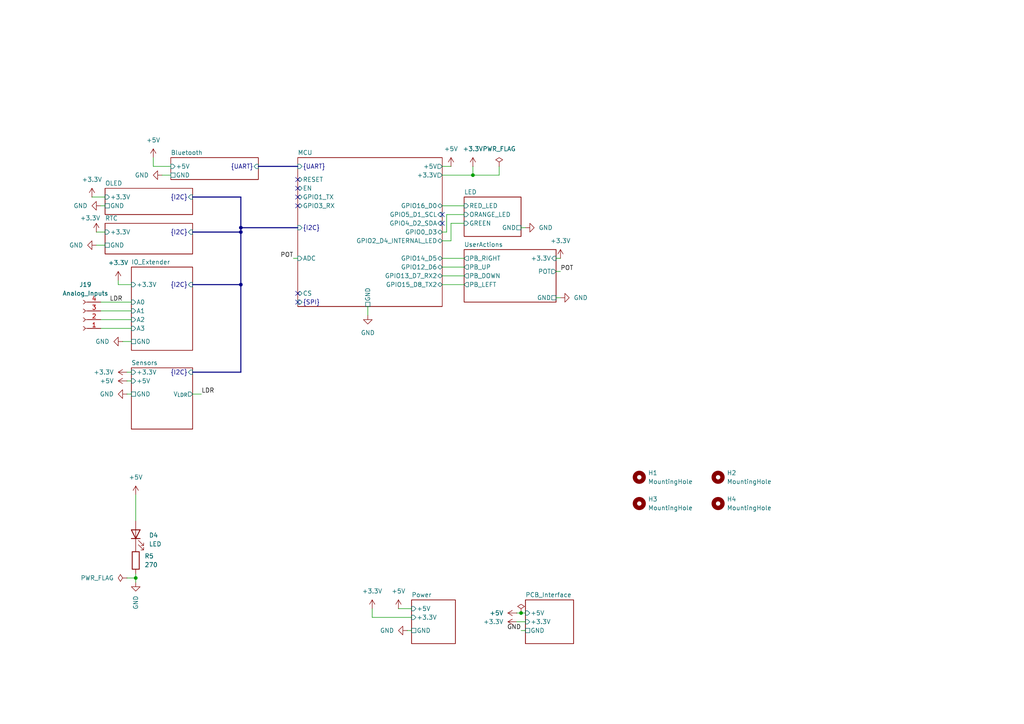
<source format=kicad_sch>
(kicad_sch (version 20231120) (generator "eeschema") (generator_version "8.0")
  (paper "A4")
  (title_block (title "Main interface") (date "2024-08-29") (rev "1.0") (company "Designed by CREPP-NLG"))
  (lib_symbols
    (symbol "Connector:Conn_01x04_Socket" (pin_names (offset 1.016) hide)
      (property "Reference" "J" (at 0 5.08 0))
      (property "Value" "Conn_01x04_Socket" (at 0 -7.62 0))
      (symbol "Conn_01x04_Socket_1_1"
        (arc (start 0 -4.572) (mid -0.5058 -5.08) (end 0 -5.588) (stroke (width 0.1524)))
        (arc (start 0 -2.032) (mid -0.5058 -2.54) (end 0 -3.048) (stroke (width 0.1524)))
        (polyline (pts (xy -1.27 -5.08) (xy -0.508 -5.08)) (stroke (width 0.1524)))
        (polyline (pts (xy -1.27 -2.54) (xy -0.508 -2.54)) (stroke (width 0.1524)))
        (polyline (pts (xy -1.27 0) (xy -0.508 0)) (stroke (width 0.1524)))
        (polyline (pts (xy -1.27 2.54) (xy -0.508 2.54)) (stroke (width 0.1524)))
        (arc (start 0 0.508) (mid -0.5058 0) (end 0 -0.508) (stroke (width 0.1524)))
        (arc (start 0 3.048) (mid -0.5058 2.54) (end 0 2.032) (stroke (width 0.1524)))
        (pin passive line (at -5.08 2.54 0) (length 3.81) (name "Pin_1") (number "1"))
        (pin passive line (at -5.08 0 0) (length 3.81) (name "Pin_2") (number "2"))
        (pin passive line (at -5.08 -2.54 0) (length 3.81) (name "Pin_3") (number "3"))
        (pin passive line (at -5.08 -5.08 0) (length 3.81) (name "Pin_4") (number "4"))
      )
    )
    (symbol "Device:LED" (pin_numbers hide) (pin_names (offset 1.016) hide)
      (property "Reference" "D" (at 0 2.54 0))
      (property "Value" "LED" (at 0 -2.54 0))
      (symbol "LED_0_1"
        (polyline (pts (xy -1.27 -1.27) (xy -1.27 1.27)) (stroke (width 0.254)))
        (polyline (pts (xy -1.27 0) (xy 1.27 0)))
        (polyline (pts (xy 1.27 -1.27) (xy 1.27 1.27) (xy -1.27 0) (xy 1.27 -1.27)) (stroke (width 0.254)))
        (polyline (pts (xy -3.048 -0.762) (xy -4.572 -2.286) (xy -3.81 -2.286) (xy -4.572 -2.286) (xy -4.572 -1.524)))
        (polyline (pts (xy -1.778 -0.762) (xy -3.302 -2.286) (xy -2.54 -2.286) (xy -3.302 -2.286) (xy -3.302 -1.524)))
      )
      (symbol "LED_1_1"
        (pin passive line (at -3.81 0 0) (length 2.54) (name "K") (number "1"))
        (pin passive line (at 3.81 0 180) (length 2.54) (name "A") (number "2"))
      )
    )
    (symbol "Device:R" (pin_numbers hide) (pin_names (offset 0))
      (property "Reference" "R" (at 2.032 0 90))
      (property "Value" "R" (at 0 0 90))
      (symbol "R_0_1"
        (rectangle (start -1.016 -2.54) (end 1.016 2.54) (stroke (width 0.254)))
      )
      (symbol "R_1_1"
        (pin passive line (at 0 3.81 270) (length 1.27) (name "~") (number "1"))
        (pin passive line (at 0 -3.81 90) (length 1.27) (name "~") (number "2"))
      )
    )
    (symbol "Mechanical:MountingHole" (pin_names (offset 1.016)) (exclude_from_sim yes) (in_bom no)
      (property "Reference" "H" (at 0 5.08 0))
      (property "Value" "MountingHole" (at 0 3.175 0))
      (symbol "MountingHole_0_1"
        (circle (center 0 0) (radius 1.27) (stroke (width 1.27)))
      )
    )
    (symbol "power:+3.3V" (power) (pin_numbers hide) (pin_names (offset 0) hide)
      (property "Value" "+3.3V" (at 0 3.556 0))
      (symbol "+3.3V_0_1"
        (polyline (pts (xy -0.762 1.27) (xy 0 2.54)))
        (polyline (pts (xy 0 0) (xy 0 2.54)))
        (polyline (pts (xy 0 2.54) (xy 0.762 1.27)))
      )
      (symbol "+3.3V_1_1"
        (pin power_in line (at 0 0 90) (length 0) (name "~") (number "1"))
      )
    )
    (symbol "power:GND" (power) (pin_numbers hide) (pin_names (offset 0) hide)
      (property "Value" "GND" (at 0 -3.81 0))
      (symbol "GND_0_1"
        (polyline (pts (xy 0 0) (xy 0 -1.27) (xy 1.27 -1.27) (xy 0 -2.54) (xy -1.27 -1.27) (xy 0 -1.27)))
      )
      (symbol "GND_1_1"
        (pin power_in line (at 0 0 270) (length 0) (name "~") (number "1"))
      )
    )
    (symbol "power:PWR_FLAG" (power) (pin_numbers hide) (pin_names (offset 0) hide)
      (property "Value" "PWR_FLAG" (at 0 3.81 0))
      (symbol "PWR_FLAG_0_0"
        (pin power_out line (at 0 0 90) (length 0) (name "~") (number "1"))
      )
      (symbol "PWR_FLAG_0_1"
        (polyline (pts (xy 0 0) (xy 0 1.27) (xy -1.016 1.905) (xy 0 2.54) (xy 1.016 1.905) (xy 0 1.27)))
      )
    )
  )
  (junction (at 69.85 67.31))
  (junction (at 69.85 82.55))
  (junction (at 137.16 50.8))
  (junction (at 151.13 177.8))
  (junction (at 39.37 167.64))
  (junction (at 69.85 66.04))
  (no_connect (at 86.36 87.63))
  (no_connect (at 86.36 57.15))
  (no_connect (at 86.36 52.07))
  (no_connect (at 86.36 85.09))
  (no_connect (at 128.27 62.23))
  (no_connect (at 128.27 64.77))
  (no_connect (at 86.36 54.61))
  (no_connect (at 86.36 59.69))
  (wire (pts (xy 39.37 166.37) (xy 39.37 167.64)))
  (bus (pts (xy 69.85 67.31) (xy 69.85 66.04)))
  (wire (pts (xy 149.86 177.8) (xy 151.13 177.8)))
  (wire (pts (xy 161.29 86.36) (xy 162.56 86.36)))
  (wire (pts (xy 107.95 179.07) (xy 119.38 179.07)))
  (bus (pts (xy 69.85 107.95) (xy 69.85 82.55)))
  (wire (pts (xy 115.57 176.53) (xy 119.38 176.53)))
  (wire (pts (xy 27.94 71.12) (xy 30.48 71.12)))
  (wire (pts (xy 107.95 176.53) (xy 107.95 179.07)))
  (wire (pts (xy 128.27 74.93) (xy 134.62 74.93)))
  (wire (pts (xy 36.83 114.3) (xy 38.1 114.3)))
  (wire (pts (xy 161.29 74.93) (xy 162.56 74.93)))
  (wire (pts (xy 35.56 99.06) (xy 38.1 99.06)))
  (wire (pts (xy 27.94 67.31) (xy 30.48 67.31)))
  (wire (pts (xy 29.21 87.63) (xy 38.1 87.63)))
  (wire (pts (xy 46.99 50.8) (xy 49.53 50.8)))
  (wire (pts (xy 36.83 107.95) (xy 38.1 107.95)))
  (wire (pts (xy 151.13 66.04) (xy 152.4 66.04)))
  (wire (pts (xy 129.54 67.31) (xy 128.27 67.31)))
  (bus (pts (xy 55.88 57.15) (xy 69.85 57.15)))
  (wire (pts (xy 85.09 74.93) (xy 86.36 74.93)))
  (wire (pts (xy 128.27 82.55) (xy 134.62 82.55)))
  (wire (pts (xy 149.86 180.34) (xy 152.4 180.34)))
  (wire (pts (xy 26.67 57.15) (xy 30.48 57.15)))
  (bus (pts (xy 55.88 67.31) (xy 69.85 67.31)))
  (wire (pts (xy 151.13 177.8) (xy 152.4 177.8)))
  (bus (pts (xy 74.93 48.26) (xy 86.36 48.26)))
  (wire (pts (xy 44.45 45.72) (xy 44.45 48.26)))
  (wire (pts (xy 34.29 82.55) (xy 38.1 82.55)))
  (bus (pts (xy 69.85 66.04) (xy 86.36 66.04)))
  (wire (pts (xy 144.78 48.26) (xy 144.78 50.8)))
  (wire (pts (xy 128.27 69.85) (xy 130.81 69.85)))
  (wire (pts (xy 118.11 182.88) (xy 119.38 182.88)))
  (wire (pts (xy 34.29 81.28) (xy 34.29 82.55)))
  (wire (pts (xy 129.54 62.23) (xy 129.54 67.31)))
  (wire (pts (xy 39.37 151.13) (xy 39.37 143.51)))
  (wire (pts (xy 29.21 90.17) (xy 38.1 90.17)))
  (wire (pts (xy 161.29 78.74) (xy 162.56 78.74)))
  (wire (pts (xy 130.81 69.85) (xy 130.81 64.77)))
  (wire (pts (xy 128.27 80.01) (xy 134.62 80.01)))
  (bus (pts (xy 69.85 57.15) (xy 69.85 66.04)))
  (wire (pts (xy 44.45 48.26) (xy 49.53 48.26)))
  (wire (pts (xy 128.27 48.26) (xy 130.81 48.26)))
  (bus (pts (xy 55.88 82.55) (xy 69.85 82.55)))
  (wire (pts (xy 29.21 95.25) (xy 38.1 95.25)))
  (bus (pts (xy 69.85 82.55) (xy 69.85 67.31)))
  (wire (pts (xy 128.27 77.47) (xy 134.62 77.47)))
  (wire (pts (xy 55.88 114.3) (xy 58.42 114.3)))
  (wire (pts (xy 36.83 167.64) (xy 39.37 167.64)))
  (wire (pts (xy 36.83 110.49) (xy 38.1 110.49)))
  (wire (pts (xy 106.68 88.9) (xy 106.68 91.44)))
  (wire (pts (xy 29.21 92.71) (xy 38.1 92.71)))
  (wire (pts (xy 39.37 167.64) (xy 39.37 168.91)))
  (wire (pts (xy 130.81 64.77) (xy 134.62 64.77)))
  (wire (pts (xy 151.13 182.88) (xy 152.4 182.88)))
  (bus (pts (xy 55.88 107.95) (xy 69.85 107.95)))
  (wire (pts (xy 134.62 62.23) (xy 129.54 62.23)))
  (wire (pts (xy 29.21 59.69) (xy 30.48 59.69)))
  (wire (pts (xy 128.27 50.8) (xy 137.16 50.8)))
  (wire (pts (xy 137.16 50.8) (xy 144.78 50.8)))
  (wire (pts (xy 137.16 50.8) (xy 137.16 48.26)))
  (wire (pts (xy 128.27 59.69) (xy 134.62 59.69)))
  (label "LDR" (at 58.42 114.3 0))
  (label "POT" (at 162.56 78.74 0))
  (label "POT" (at 85.09 74.93 180))
  (label "GND" (at 151.13 182.88 180))
  (label "LDR" (at 35.56 87.63 180))
  (symbol (lib_id "Device:R") (at 39.37 162.56 0) (unit 1)
    (property "Reference" "R5" (at 41.91 161.29 0) (effects (justify left)))
    (property "Value" "270" (at 41.91 163.83 0) (effects (justify left)))
    (property "Footprint" "Resistor_THT:R_Axial_DIN0207_L6.3mm_D2.5mm_P7.62mm_Horizontal" (effects (hide yes)))
  )
  (symbol (lib_id "power:+3.3V") (at 44.45 45.72 0) (unit 1)
    (property "Reference" "#PWR04" (effects (hide yes)))
    (property "Value" "+5V" (at 44.45 40.64 0))
    (property "Description" "Power symbol creates a global label with name \"+3.3V\"" (effects (hide yes)))
  )
  (symbol (lib_id "power:PWR_FLAG") (at 36.83 167.64 90) (unit 1)
    (property "Reference" "#FLG02" (effects (hide yes)))
    (property "Value" "PWR_FLAG" (at 33.02 167.6399 90) (effects (justify left)))
    (property "Description" "Special symbol for telling ERC where power comes from" (effects (hide yes)))
  )
  (symbol (lib_id "power:+3.3V") (at 36.83 107.95 90) (unit 1)
    (property "Reference" "#PWR025" (effects (hide yes)))
    (property "Value" "+3.3V" (at 33.02 107.9499 90) (effects (justify left)))
    (property "Description" "Power symbol creates a global label with name \"+3.3V\"" (effects (hide yes)))
  )
  (symbol (lib_id "Mechanical:MountingHole") (at 208.28 138.43 0) (unit 1) (exclude_from_sim yes) (in_bom no)
    (property "Reference" "H2" (at 210.82 137.1599 0) (effects (justify left)))
    (property "Value" "MountingHole" (at 210.82 139.6999 0) (effects (justify left)))
    (property "Footprint" "MountingHole:MountingHole_3.2mm_M3" (effects (hide yes)))
    (property "Description" "Mounting Hole without connection" (effects (hide yes)))
  )
  (symbol (lib_id "power:GND") (at 36.83 114.3 270) (unit 1)
    (property "Reference" "#PWR014" (effects (hide yes)))
    (property "Value" "GND" (at 33.02 114.2999 90) (effects (justify right)))
    (property "Description" "Power symbol creates a global label with name \"GND\" , ground" (effects (hide yes)))
  )
  (symbol (lib_id "power:+3.3V") (at 36.83 110.49 90) (unit 1)
    (property "Reference" "#PWR023" (effects (hide yes)))
    (property "Value" "+5V" (at 33.02 110.4899 90) (effects (justify left)))
    (property "Description" "Power symbol creates a global label with name \"+3.3V\"" (effects (hide yes)))
  )
  (symbol (lib_id "power:GND") (at 152.4 66.04 90) (unit 1)
    (property "Reference" "#PWR016" (effects (hide yes)))
    (property "Value" "GND" (at 156.21 66.0399 90) (effects (justify right)))
    (property "Description" "Power symbol creates a global label with name \"GND\" , ground" (effects (hide yes)))
  )
  (symbol (lib_id "power:GND") (at 29.21 59.69 270) (unit 1)
    (property "Reference" "#PWR011" (effects (hide yes)))
    (property "Value" "GND" (at 25.4 59.6899 90) (effects (justify right)))
    (property "Description" "Power symbol creates a global label with name \"GND\" , ground" (effects (hide yes)))
  )
  (symbol (lib_id "power:+3.3V") (at 107.95 176.53 0) (unit 1)
    (property "Reference" "#PWR021" (effects (hide yes)))
    (property "Value" "+3.3V" (at 107.95 171.45 0))
    (property "Description" "Power symbol creates a global label with name \"+3.3V\"" (effects (hide yes)))
  )
  (symbol (lib_id "power:+3.3V") (at 130.81 48.26 0) (unit 1)
    (property "Reference" "#PWR06" (effects (hide yes)))
    (property "Value" "+5V" (at 130.81 43.18 0))
    (property "Description" "Power symbol creates a global label with name \"+3.3V\"" (effects (hide yes)))
  )
  (symbol (lib_id "power:GND") (at 39.37 168.91 0) (unit 1)
    (property "Reference" "#PWR02" (effects (hide yes)))
    (property "Value" "GND" (at 39.3699 172.72 90) (effects (justify right)))
    (property "Description" "Power symbol creates a global label with name \"GND\" , ground" (effects (hide yes)))
  )
  (symbol (lib_id "power:+3.3V") (at 137.16 48.26 0) (unit 1)
    (property "Reference" "#PWR05" (effects (hide yes)))
    (property "Value" "+3.3V" (at 137.16 43.18 0))
    (property "Description" "Power symbol creates a global label with name \"+3.3V\"" (effects (hide yes)))
  )
  (symbol (lib_id "power:+3.3V") (at 162.56 74.93 0) (unit 1)
    (property "Reference" "#PWR020" (effects (hide yes)))
    (property "Value" "+3.3V" (at 162.56 69.85 0))
    (property "Description" "Power symbol creates a global label with name \"+3.3V\"" (effects (hide yes)))
  )
  (symbol (lib_id "power:PWR_FLAG") (at 151.13 177.8 0) (unit 1)
    (property "Reference" "#FLG03" (effects (hide yes)))
    (property "Value" "PWR_FLAG" (effects (hide yes)))
    (property "Description" "Special symbol for telling ERC where power comes from" (effects (hide yes)))
  )
  (symbol (lib_id "power:GND") (at 118.11 182.88 270) (unit 1)
    (property "Reference" "#PWR017" (effects (hide yes)))
    (property "Value" "GND" (at 114.3 182.8799 90) (effects (justify right)))
    (property "Description" "Power symbol creates a global label with name \"GND\" , ground" (effects (hide yes)))
  )
  (symbol (lib_id "Device:LED") (at 39.37 154.94 90) (unit 1)
    (property "Reference" "D4" (at 43.18 155.2575 90) (effects (justify right)))
    (property "Value" "LED" (at 43.18 157.7975 90) (effects (justify right)))
    (property "Footprint" "LED_THT:LED_D5.0mm" (effects (hide yes)))
  )
  (symbol (lib_id "power:PWR_FLAG") (at 144.78 48.26 0) (unit 1)
    (property "Reference" "#FLG01" (effects (hide yes)))
    (property "Value" "PWR_FLAG" (at 144.78 43.18 0))
    (property "Description" "Special symbol for telling ERC where power comes from" (effects (hide yes)))
  )
  (symbol (lib_id "power:GND") (at 162.56 86.36 90) (unit 1)
    (property "Reference" "#PWR015" (effects (hide yes)))
    (property "Value" "GND" (at 166.37 86.3599 90) (effects (justify right)))
    (property "Description" "Power symbol creates a global label with name \"GND\" , ground" (effects (hide yes)))
  )
  (symbol (lib_id "power:+3.3V") (at 115.57 176.53 0) (unit 1)
    (property "Reference" "#PWR024" (effects (hide yes)))
    (property "Value" "+5V" (at 115.57 171.45 0))
    (property "Description" "Power symbol creates a global label with name \"+3.3V\"" (effects (hide yes)))
  )
  (symbol (lib_id "power:+3.3V") (at 27.94 67.31 0) (unit 1)
    (property "Reference" "#PWR09" (effects (hide yes)))
    (property "Value" "+3.3V" (at 26.162 63.246 0))
    (property "Description" "Power symbol creates a global label with name \"+3.3V\"" (effects (hide yes)))
  )
  (symbol (lib_id "Mechanical:MountingHole") (at 208.28 146.05 0) (unit 1) (exclude_from_sim yes) (in_bom no)
    (property "Reference" "H4" (at 210.82 144.7799 0) (effects (justify left)))
    (property "Value" "MountingHole" (at 210.82 147.3199 0) (effects (justify left)))
    (property "Footprint" "MountingHole:MountingHole_3.2mm_M3" (effects (hide yes)))
    (property "Description" "Mounting Hole without connection" (effects (hide yes)))
  )
  (symbol (lib_id "power:GND") (at 35.56 99.06 270) (unit 1)
    (property "Reference" "#PWR018" (effects (hide yes)))
    (property "Value" "GND" (at 31.75 99.0599 90) (effects (justify right)))
    (property "Description" "Power symbol creates a global label with name \"GND\" , ground" (effects (hide yes)))
  )
  (symbol (lib_id "Mechanical:MountingHole") (at 185.42 146.05 0) (unit 1) (exclude_from_sim yes) (in_bom no)
    (property "Reference" "H3" (at 187.96 144.7799 0) (effects (justify left)))
    (property "Value" "MountingHole" (at 187.96 147.3199 0) (effects (justify left)))
    (property "Footprint" "MountingHole:MountingHole_3.2mm_M3" (effects (hide yes)))
    (property "Description" "Mounting Hole without connection" (effects (hide yes)))
  )
  (symbol (lib_id "power:+3.3V") (at 26.67 57.15 0) (unit 1)
    (property "Reference" "#PWR08" (effects (hide yes)))
    (property "Value" "+3.3V" (at 26.67 52.07 0))
    (property "Description" "Power symbol creates a global label with name \"+3.3V\"" (effects (hide yes)))
  )
  (symbol (lib_id "Mechanical:MountingHole") (at 185.42 138.43 0) (unit 1) (exclude_from_sim yes) (in_bom no)
    (property "Reference" "H1" (at 187.96 137.1599 0) (effects (justify left)))
    (property "Value" "MountingHole" (at 187.96 139.6999 0) (effects (justify left)))
    (property "Footprint" "MountingHole:MountingHole_3.2mm_M3" (effects (hide yes)))
    (property "Description" "Mounting Hole without connection" (effects (hide yes)))
  )
  (symbol (lib_id "power:GND") (at 106.68 91.44 0) (unit 1)
    (property "Reference" "#PWR013" (effects (hide yes)))
    (property "Value" "GND" (at 106.68 96.52 0))
    (property "Description" "Power symbol creates a global label with name \"GND\" , ground" (effects (hide yes)))
  )
  (symbol (lib_id "power:GND") (at 27.94 71.12 270) (unit 1)
    (property "Reference" "#PWR010" (effects (hide yes)))
    (property "Value" "GND" (at 24.13 71.1199 90) (effects (justify right)))
    (property "Description" "Power symbol creates a global label with name \"GND\" , ground" (effects (hide yes)))
  )
  (symbol (lib_id "power:+3.3V") (at 39.37 143.51 0) (unit 1)
    (property "Reference" "#PWR07" (effects (hide yes)))
    (property "Value" "+5V" (at 39.37 138.43 0))
    (property "Description" "Power symbol creates a global label with name \"+3.3V\"" (effects (hide yes)))
  )
  (symbol (lib_id "power:+3.3V") (at 149.86 180.34 90) (unit 1)
    (property "Reference" "#PWR01" (effects (hide yes)))
    (property "Value" "+3.3V" (at 146.05 180.3399 90) (effects (justify left)))
    (property "Description" "Power symbol creates a global label with name \"+3.3V\"" (effects (hide yes)))
  )
  (symbol (lib_id "power:+3.3V") (at 149.86 177.8 90) (unit 1)
    (property "Reference" "#PWR03" (effects (hide yes)))
    (property "Value" "+5V" (at 146.05 177.7999 90) (effects (justify left)))
    (property "Description" "Power symbol creates a global label with name \"+3.3V\"" (effects (hide yes)))
  )
  (symbol (lib_id "power:GND") (at 46.99 50.8 270) (unit 1)
    (property "Reference" "#PWR012" (effects (hide yes)))
    (property "Value" "GND" (at 43.18 50.7999 90) (effects (justify right)))
    (property "Description" "Power symbol creates a global label with name \"GND\" , ground" (effects (hide yes)))
  )
  (symbol (lib_id "power:+3.3V") (at 34.29 81.28 0) (unit 1)
    (property "Reference" "#PWR019" (effects (hide yes)))
    (property "Value" "+3.3V" (at 34.29 76.2 0))
    (property "Description" "Power symbol creates a global label with name \"+3.3V\"" (effects (hide yes)))
  )
  (symbol (lib_id "Connector:Conn_01x04_Socket") (at 24.13 92.71 180) (unit 1)
    (property "Reference" "J19" (at 24.765 82.55 0))
    (property "Value" "Analog_Inputs" (at 24.765 85.09 0))
    (property "Footprint" "Connector_PinHeader_2.54mm:PinHeader_1x04_P2.54mm_Vertical" (effects (hide yes)))
    (property "Description" "Generic connector, single row, 01x04, script generated" (effects (hide yes)))
  )
  (sheet (at 38.1 77.47) (size 17.78 24.13) (stroke (width 0.1524))
    (property "Sheetname" "IO_Extender" (at 38.1 76.7584 0) (effects (justify left bottom)))
    (property "Sheetfile" "Modules/IO_Extender.kicad_sch" (effects (hide yes)))
    (pin "{I2C}" input (at 55.88 82.55 0))
    (pin "+3.3V" input (at 38.1 82.55 180))
    (pin "GND" passive (at 38.1 99.06 180))
    (pin "A1" input (at 38.1 90.17 180))
    (pin "A0" input (at 38.1 87.63 180))
    (pin "A2" input (at 38.1 92.71 180))
    (pin "A3" input (at 38.1 95.25 180))
  )
  (sheet (at 38.1 106.68) (size 17.78 17.78) (stroke (width 0.1524))
    (property "Sheetname" "Sensors" (at 38.1 105.9684 0) (effects (justify left bottom)))
    (property "Sheetfile" "Modules/Sensors.kicad_sch" (effects (hide yes)))
    (pin "GND" passive (at 38.1 114.3 180))
    (pin "+3.3V" input (at 38.1 107.95 180))
    (pin "V_{LDR}" output (at 55.88 114.3 0))
    (pin "+5V" input (at 38.1 110.49 180))
    (pin "{I2C}" input (at 55.88 107.95 0))
  )
  (sheet (at 152.4 173.99) (size 13.97 12.7) (stroke (width 0.1524))
    (property "Sheetname" "PCB_Interface" (at 152.4 173.2784 0) (effects (justify left bottom)))
    (property "Sheetfile" "Modules/PCB_Interface.kicad_sch" (effects (hide yes)))
    (pin "GND" passive (at 152.4 182.88 180))
    (pin "+3.3V" input (at 152.4 180.34 180))
    (pin "+5V" input (at 152.4 177.8 180))
  )
  (sheet (at 30.48 64.77) (size 25.4 8.89) (stroke (width 0.1524))
    (property "Sheetname" "RTC" (at 30.48 64.0584 0) (effects (justify left bottom)))
    (property "Sheetfile" "Modules/RTC.kicad_sch" (effects (hide yes)))
    (pin "+3.3V" input (at 30.48 67.31 180))
    (pin "GND" passive (at 30.48 71.12 180))
    (pin "{I2C}" input (at 55.88 67.31 0))
  )
  (sheet (at 30.48 54.61) (size 25.4 7.62) (stroke (width 0.1524))
    (property "Sheetname" "OLED" (at 30.48 53.8984 0) (effects (justify left bottom)))
    (property "Sheetfile" "Modules/OLED.kicad_sch" (effects (hide yes)))
    (pin "{I2C}" input (at 55.88 57.15 0))
    (pin "GND" passive (at 30.48 59.69 180))
    (pin "+3.3V" input (at 30.48 57.15 180))
  )
  (sheet (at 134.62 72.39) (size 26.67 15.24) (stroke (width 0.1524))
    (property "Sheetname" "UserActions" (at 134.62 71.6784 0) (effects (justify left bottom)))
    (property "Sheetfile" "Modules/UserActions.kicad_sch" (effects (hide yes)))
    (pin "GND" passive (at 161.29 86.36 0))
    (pin "PB_RIGHT" output (at 134.62 74.93 180))
    (pin "PB_UP" output (at 134.62 77.47 180))
    (pin "PB_DOWN" output (at 134.62 80.01 180))
    (pin "PB_LEFT" output (at 134.62 82.55 180))
    (pin "+3.3V" input (at 161.29 74.93 0))
    (pin "POT" output (at 161.29 78.74 0))
  )
  (sheet (at 49.53 45.72) (size 25.4 6.35) (stroke (width 0.1524))
    (property "Sheetname" "Bluetooth" (at 49.53 45.0084 0) (effects (justify left bottom)))
    (property "Sheetfile" "Modules/Bluetooth.kicad_sch" (effects (hide yes)))
    (pin "GND" passive (at 49.53 50.8 180))
    (pin "+5V" input (at 49.53 48.26 180))
    (pin "{UART}" input (at 74.93 48.26 0))
  )
  (sheet (at 119.38 173.99) (size 12.7 12.7) (stroke (width 0.1524))
    (property "Sheetname" "Power" (at 119.38 173.2784 0) (effects (justify left bottom)))
    (property "Sheetfile" "Modules/Power.kicad_sch" (effects (hide yes)))
    (pin "+3.3V" input (at 119.38 179.07 180))
    (pin "GND" passive (at 119.38 182.88 180))
    (pin "+5V" input (at 119.38 176.53 180))
  )
  (sheet (at 86.36 45.72) (size 41.91 43.18) (stroke (width 0.1524))
    (property "Sheetname" "MCU" (at 86.36 45.0084 0) (effects (justify left bottom)))
    (property "Sheetfile" "Modules/MCU.kicad_sch" (effects (hide yes)))
    (pin "GND" passive (at 106.68 88.9 270))
    (pin "{UART}" input (at 86.36 48.26 180))
    (pin "{I2C}" input (at 86.36 66.04 180))
    (pin "{SPI}" input (at 86.36 87.63 180))
    (pin "+5V" output (at 128.27 48.26 0))
    (pin "+3.3V" output (at 128.27 50.8 0))
    (pin "GPIO5_D1_SCL" input (at 128.27 62.23 0))
    (pin "GPIO4_D2_SDA" input (at 128.27 64.77 0))
    (pin "GPIO3_RX" bidirectional (at 86.36 59.69 180))
    (pin "GPIO1_TX" bidirectional (at 86.36 57.15 180))
    (pin "GPIO0_D3" bidirectional (at 128.27 67.31 0))
    (pin "GPIO2_D4_INTERNAL_LED" bidirectional (at 128.27 69.85 0))
    (pin "GPIO15_D8_TX2" bidirectional (at 128.27 82.55 0))
    (pin "GPIO14_D5" bidirectional (at 128.27 74.93 0))
    (pin "GPIO12_D6" bidirectional (at 128.27 77.47 0))
    (pin "GPIO13_D7_RX2" bidirectional (at 128.27 80.01 0))
    (pin "ADC" input (at 86.36 74.93 180))
    (pin "CS" bidirectional (at 86.36 85.09 180))
    (pin "EN" bidirectional (at 86.36 54.61 180))
    (pin "RESET" bidirectional (at 86.36 52.07 180))
    (pin "GPIO16_D0" bidirectional (at 128.27 59.69 0))
  )
  (sheet (at 134.62 57.15) (size 16.51 11.43) (stroke (width 0.1524))
    (property "Sheetname" "LED" (at 134.62 56.4384 0) (effects (justify left bottom)))
    (property "Sheetfile" "Modules/LED.kicad_sch" (effects (hide yes)))
    (pin "GREEN" input (at 134.62 64.77 180))
    (pin "ORANGE_LED" input (at 134.62 62.23 180))
    (pin "RED_LED" input (at 134.62 59.69 180))
    (pin "GND" passive (at 151.13 66.04 0))
  )
)
</source>
